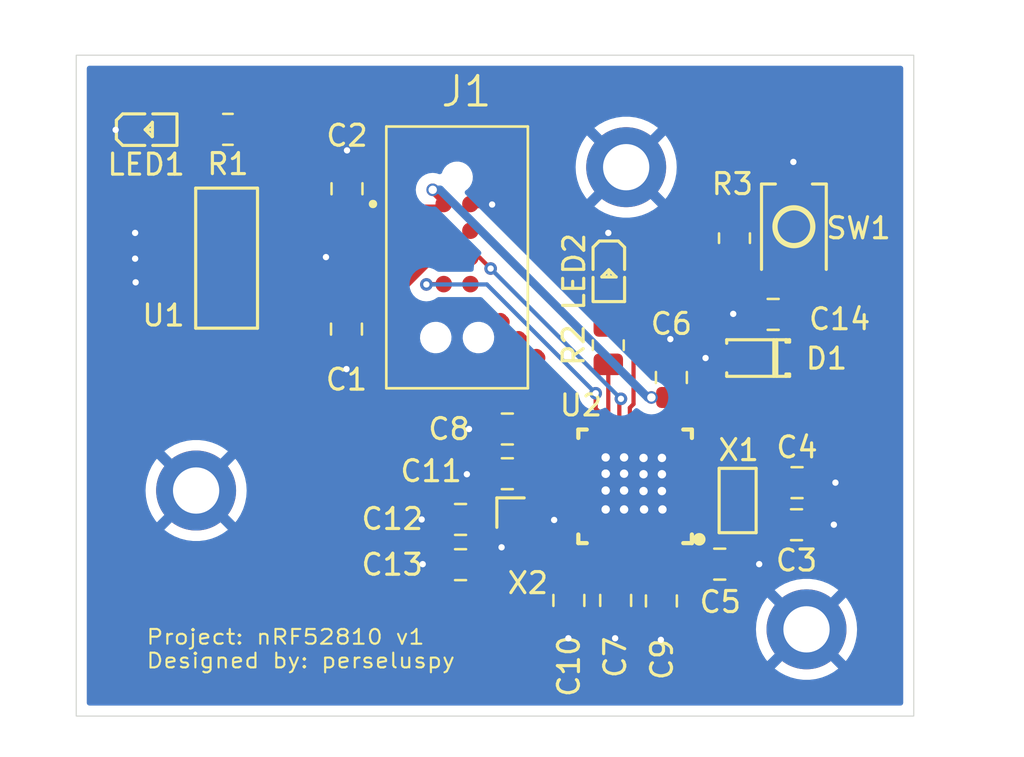
<source format=kicad_pcb>
(kicad_pcb (version 20221018) (generator pcbnew)
  (layers (0 "F.Cu" signal) (31 "B.Cu" signal) (34 "B.Paste" user) (35 "F.Paste" user) (36 "B.SilkS" user "B.Silkscreen") (37 "F.SilkS" user "F.Silkscreen") (38 "B.Mask" user) (39 "F.Mask" user) (44 "Edge.Cuts" user))
  (net 0 "")
  (net 1 "/V_INPUT")
  (net 2 "GND")
  (net 3 "+3.3V")
  (net 4 "Net-(U2-P0.00{slash}XL1)")
  (net 5 "Net-(U2-P0.01{slash}XL2)")
  (net 6 "Net-(U2-DEC1)")
  (net 7 "Net-(U2-DEC4)")
  (net 8 "Net-(U2-DEC2)")
  (net 9 "/XC1")
  (net 10 "/XC2")
  (net 11 "/BUTTON")
  (net 13 "/nRESET")
  (net 14 "/SWDIO")
  (net 15 "/SWDCLK")
  (net 17 "/GEN1")
  (net 19 "Net-(LED1-A)")
  (net 20 "Net-(LED2-A)")
  (net 21 "/P0.20")
  (footprint "Resistor_SMD:R_0805_2012Metric" (layer "F.Cu") (at 158.7 78.925 90)
    (fp_text reference "R3" (at 2.575 -0.1) (layer "F.SilkS"))
    (fp_text value "10k")
    (pad "1" smd roundrect (at -0.9125 0 90) (size 1.025 1.4) (layers "F.Cu" "F.Paste" "F.Mask") (roundrect_rratio 0.243902439) (net 3 "+3.3V"))
    (pad "2" smd roundrect (at 0.9125 0 90) (size 1.025 1.4) (layers "F.Cu" "F.Paste" "F.Mask") (roundrect_rratio 0.243902439) (net 11 "/BUTTON"))
  )
  (footprint "my_lib:[Crystal_32_MHz]YXC XL7EL89CKI-111YLC-32M" (layer "F.Cu") (at 148.85 92.925 -90)
    (fp_text reference "X2" (at 2.4 -0.025 -180) (layer "F.SilkS"))
    (fp_text value "XL7EL89CKI-111YLC-32M")
    (pad "1" smd rect (at -0.7 0.55 270) (size 0.9 0.8) (layers "F.Cu" "F.Paste" "F.Mask") (net 9 "/XC1"))
    (pad "2" smd rect (at 0.7 0.55 270) (size 0.9 0.8) (layers "F.Cu" "F.Paste" "F.Mask") (net 2 "GND"))
    (pad "3" smd rect (at 0.7 -0.55 270) (size 0.9 0.8) (layers "F.Cu" "F.Paste" "F.Mask") (net 10 "/XC2"))
    (pad "4" smd rect (at -0.7 -0.55 270) (size 0.9 0.8) (layers "F.Cu" "F.Paste" "F.Mask") (net 2 "GND"))
  )
  (footprint "Capacitor_SMD:C_0805_2012Metric" (layer "F.Cu") (at 158 94.425)
    (fp_text reference "C5" (at 0.025 1.8) (layer "F.SilkS"))
    (fp_text value "100nF")
    (pad "1" smd roundrect (at -0.95 0) (size 1 1.45) (layers "F.Cu" "F.Paste" "F.Mask") (net 6 "Net-(U2-DEC1)"))
    (pad "2" smd roundrect (at 0.95 0) (size 1 1.45) (layers "F.Cu" "F.Paste" "F.Mask") (net 2 "GND"))
  )
  (footprint "my_lib:[LED]Lite-On LTST-C190KRKT" (layer "F.Cu") (at 130.8 73.775)
    (fp_text reference "LED1" (at -0.075 1.65) (layer "F.SilkS"))
    (fp_text value "LTST-C190KRKT")
    (pad "1" smd rect (at -0.8 0 90) (size 0.8 0.8) (layers "F.Cu" "F.Paste" "F.Mask") (net 2 "GND"))
    (pad "2" smd rect (at 0.8 0 90) (size 0.8 0.8) (layers "F.Cu" "F.Paste" "F.Mask") (net 19 "Net-(LED1-A)"))
  )
  (footprint "Capacitor_SMD:C_0805_2012Metric" (layer "F.Cu") (at 150.825 96.15 -90)
    (fp_text reference "C10" (at 3.125 0 -90) (layer "F.SilkS"))
    (fp_text value "100nF")
    (pad "1" smd roundrect (at -0.95 0 270) (size 1 1.45) (layers "F.Cu" "F.Paste" "F.Mask") (net 3 "+3.3V"))
    (pad "2" smd roundrect (at 0.95 0 270) (size 1 1.45) (layers "F.Cu" "F.Paste" "F.Mask") (net 2 "GND"))
  )
  (footprint "Capacitor_SMD:C_0805_2012Metric" (layer "F.Cu") (at 153.05 96.15 -90)
    (fp_text reference "C7" (at 2.7 0.025 -90) (layer "F.SilkS"))
    (fp_text value "1uF")
    (pad "1" smd roundrect (at -0.95 0 270) (size 1 1.45) (layers "F.Cu" "F.Paste" "F.Mask") (net 7 "Net-(U2-DEC4)"))
    (pad "2" smd roundrect (at 0.95 0 270) (size 1 1.45) (layers "F.Cu" "F.Paste" "F.Mask") (net 2 "GND"))
  )
  (footprint "Capacitor_SMD:C_0805_2012Metric" (layer "F.Cu") (at 155.7 85.55 90)
    (fp_text reference "C6" (at 2.55 0 180) (layer "F.SilkS"))
    (fp_text value "100nF")
    (pad "1" smd roundrect (at -0.95 0 90) (size 1 1.45) (layers "F.Cu" "F.Paste" "F.Mask") (net 3 "+3.3V"))
    (pad "2" smd roundrect (at 0.95 0 90) (size 1 1.45) (layers "F.Cu" "F.Paste" "F.Mask") (net 2 "GND"))
  )
  (footprint "Capacitor_SMD:C_0805_2012Metric" (layer "F.Cu") (at 155.225 96.175 -90)
    (fp_text reference "C9" (at 2.775 -0.025 -90) (layer "F.SilkS"))
    (fp_text value "4.7u")
    (pad "1" smd roundrect (at -0.95 0 270) (size 1 1.45) (layers "F.Cu" "F.Paste" "F.Mask") (net 3 "+3.3V"))
    (pad "2" smd roundrect (at 0.95 0 270) (size 1 1.45) (layers "F.Cu" "F.Paste" "F.Mask") (net 2 "GND"))
  )
  (footprint "Fiducial:Fiducial_0.5mm_Mask1mm" (layer "F.Cu") (at 158.225 74.45)
    (fp_text reference "FID3" hide)
    (fp_text value "Fiducial")
    (pad "" smd circle (at 0 0) (size 0.5 0.5) (layers "F.Cu" "F.Mask") (clearance 0.25))
  )
  (footprint "Capacitor_SMD:C_0805_2012Metric" (layer "F.Cu") (at 140.25 83.25 -90)
    (fp_text reference "C1" (at 2.4 0) (layer "F.SilkS"))
    (fp_text value "22u")
    (pad "1" smd roundrect (at -0.95 0 270) (size 1 1.45) (layers "F.Cu" "F.Paste" "F.Mask") (net 1 "/V_INPUT"))
    (pad "2" smd roundrect (at 0.95 0 270) (size 1 1.45) (layers "F.Cu" "F.Paste" "F.Mask") (net 2 "GND"))
  )
  (footprint "Capacitor_SMD:C_0805_2012Metric" (layer "F.Cu") (at 161.675 90.55)
    (fp_text reference "C4" (at 0 -1.68) (layer "F.SilkS"))
    (fp_text value "12pF")
    (pad "1" smd roundrect (at -0.95 0) (size 1 1.45) (layers "F.Cu" "F.Paste" "F.Mask") (net 5 "Net-(U2-P0.01{slash}XL2)"))
    (pad "2" smd roundrect (at 0.95 0) (size 1 1.45) (layers "F.Cu" "F.Paste" "F.Mask") (net 2 "GND"))
  )
  (footprint "my_lib:[Crystal_32_768_kHZ]Seiko SC-20S,32.768kHz,20PPM,9pF" (layer "F.Cu") (at 158.85 91.4 -90)
    (fp_text reference "X1" (at -2.4 -0.05) (layer "F.SilkS"))
    (fp_text value "SC-20S32.768kHz20PPM9pF")
    (pad "1" smd rect (at -0.85 0 270) (size 0.9 1.3) (layers "F.Cu" "F.Paste" "F.Mask") (net 5 "Net-(U2-P0.01{slash}XL2)"))
    (pad "2" smd rect (at 0.85 0 270) (size 0.9 1.3) (layers "F.Cu" "F.Paste" "F.Mask") (net 4 "Net-(U2-P0.00{slash}XL1)"))
  )
  (footprint "Resistor_SMD:R_0805_2012Metric" (layer "F.Cu") (at 152.7 84.0125 90)
    (fp_text reference "R2" (at 0 -1.65 90) (layer "F.SilkS"))
    (fp_text value "470R")
    (pad "1" smd roundrect (at -0.9125 0 90) (size 1.025 1.4) (layers "F.Cu" "F.Paste" "F.Mask") (roundrect_rratio 0.243902439) (net 21 "/P0.20"))
    (pad "2" smd roundrect (at 0.9125 0 90) (size 1.025 1.4) (layers "F.Cu" "F.Paste" "F.Mask") (roundrect_rratio 0.243902439) (net 20 "Net-(LED2-A)"))
  )
  (footprint "MountingHole:MountingHole_2.2mm_M2_DIN965_Pad" (layer "F.Cu") (at 153.55 75.55)
    (fp_text reference "H3" hide)
    (fp_text value "MountingHole_Pad")
    (pad "1" thru_hole circle (at 0 0) (size 3.8 3.8) (drill 2.2) (layers "*.Cu" "*.Mask") (net 2 "GND"))
  )
  (footprint "MountingHole:MountingHole_2.2mm_M2_DIN965_Pad" (layer "F.Cu") (at 162.125 97.525)
    (fp_text reference "H2" hide)
    (fp_text value "MountingHole_Pad")
    (pad "1" thru_hole circle (at 0 0) (size 3.8 3.8) (drill 2.2) (layers "*.Cu" "*.Mask") (net 2 "GND"))
  )
  (footprint "my_lib:[LED]Lite-On LTST-C190KRKT" (layer "F.Cu") (at 152.715 80.55 -90)
    (fp_text reference "LED2" (at -0.025 1.64 90) (layer "F.SilkS"))
    (fp_text value "LTST-C190KRKT")
    (pad "1" smd rect (at -0.8 0) (size 0.8 0.8) (layers "F.Cu" "F.Paste" "F.Mask") (net 2 "GND"))
    (pad "2" smd rect (at 0.8 0) (size 0.8 0.8) (layers "F.Cu" "F.Paste" "F.Mask") (net 20 "Net-(LED2-A)"))
  )
  (footprint "Capacitor_SMD:C_0805_2012Metric" (layer "F.Cu") (at 140.275 76.575 90)
    (fp_text reference "C2" (at 2.525 0) (layer "F.SilkS"))
    (fp_text value "22u")
    (pad "1" smd roundrect (at -0.95 0 90) (size 1 1.45) (layers "F.Cu" "F.Paste" "F.Mask") (net 3 "+3.3V"))
    (pad "2" smd roundrect (at 0.95 0 90) (size 1 1.45) (layers "F.Cu" "F.Paste" "F.Mask") (net 2 "GND"))
  )
  (footprint "Capacitor_SMD:C_0805_2012Metric" (layer "F.Cu") (at 147.9 88 180)
    (fp_text reference "C8" (at 2.775 0) (layer "F.SilkS"))
    (fp_text value "100pF")
    (pad "1" smd roundrect (at -0.95 0 180) (size 1 1.45) (layers "F.Cu" "F.Paste" "F.Mask") (net 8 "Net-(U2-DEC2)"))
    (pad "2" smd roundrect (at 0.95 0 180) (size 1 1.45) (layers "F.Cu" "F.Paste" "F.Mask") (net 2 "GND"))
  )
  (footprint "Capacitor_SMD:C_0805_2012Metric" (layer "F.Cu") (at 161.65 92.55)
    (fp_text reference "C3" (at 0 1.7) (layer "F.SilkS"))
    (fp_text value "12pF")
    (pad "1" smd roundrect (at -0.95 0) (size 1 1.45) (layers "F.Cu" "F.Paste" "F.Mask") (net 4 "Net-(U2-P0.00{slash}XL1)"))
    (pad "2" smd roundrect (at 0.95 0) (size 1 1.45) (layers "F.Cu" "F.Paste" "F.Mask") (net 2 "GND"))
  )
  (footprint "my_lib:[PLUG_OF_NAILS_10P]TC2050_IDC_NL" (layer "F.Cu") (at 144.875 77.3)
    (fp_text reference "J1" (at 1.08 -5.349) (layer "F.SilkS") (effects (font (size 1.4 1.4))))
    (fp_text value "TC2050-IDC-NL")
    (pad "" np_thru_hole circle (at -0.38 6.35) (size 0.991 0.991) (drill 0.991) (layers "*.Cu" "*.Mask"))
    (pad "" np_thru_hole circle (at 0.635 -1.27) (size 0.991 0.991) (drill 0.991) (layers "*.Cu" "*.Mask"))
    (pad "" np_thru_hole circle (at 1.65 6.35) (size 0.991 0.991) (drill 0.991) (layers "*.Cu" "*.Mask"))
    (pad "1" smd circle (at 0 0 270) (size 0.787 0.787) (layers "F.Cu" "F.Mask") (net 3 "+3.3V"))
    (pad "2" smd circle (at 0 1.27 270) (size 0.787 0.787) (layers "F.Cu" "F.Mask"))
    (pad "3" smd circle (at 0 2.54 270) (size 0.787 0.787) (layers "F.Cu" "F.Mask") (net 1 "/V_INPUT"))
    (pad "4" smd circle (at 0 3.81 270) (size 0.787 0.787) (layers "F.Cu" "F.Mask") (net 13 "/nRESET"))
    (pad "5" smd circle (at 0 5.08 270) (size 0.787 0.787) (layers "F.Cu" "F.Mask") (net 14 "/SWDIO"))
    (pad "6" smd circle (at 1.27 5.08 90) (size 0.787 0.787) (layers "F.Cu" "F.Mask") (net 15 "/SWDCLK"))
    (pad "7" smd circle (at 1.27 3.81 90) (size 0.787 0.787) (layers "F.Cu" "F.Mask"))
    (pad "8" smd circle (at 1.27 2.54 90) (size 0.787 0.787) (layers "F.Cu" "F.Mask") (net 17 "/GEN1"))
    (pad "9" smd circle (at 1.27 1.27 90) (size 0.787 0.787) (layers "F.Cu" "F.Mask"))
    (pad "10" smd circle (at 1.27 0 90) (size 0.787 0.787) (layers "F.Cu" "F.Mask") (net 2 "GND"))
  )
  (footprint "my_lib:[LDO]Diodes Incorporated AP2114HA-3.3TRG1" (layer "F.Cu") (at 134.65 79.875)
    (fp_text reference "U1" (at -3.1 2.725) (layer "F.SilkS"))
    (fp_text value "AP2114HA-3.3TRG1")
    (pad "1" smd rect (at 2.97 2.3) (size 2.5 1.1) (layers "F.Cu" "F.Paste" "F.Mask") (net 1 "/V_INPUT"))
    (pad "2" smd rect (at 2.97 0) (size 2.5 1.1) (layers "F.Cu" "F.Paste" "F.Mask") (net 2 "GND"))
    (pad "3" smd rect (at 2.97 -2.3) (size 2.5 1.1) (layers "F.Cu" "F.Paste" "F.Mask") (net 3 "+3.3V"))
    (pad "4" smd rect (at -2.97 0) (size 2.34 3.6) (layers "F.Cu" "F.Paste" "F.Mask") (net 2 "GND"))
  )
  (footprint "Capacitor_SMD:C_0805_2012Metric" (layer "F.Cu") (at 160.54 82.55 180)
    (fp_text reference "C14" (at -3.16 -0.225 180) (layer "F.SilkS"))
    (fp_text value "1u")
    (pad "1" smd roundrect (at -0.95 0 180) (size 1 1.45) (layers "F.Cu" "F.Paste" "F.Mask") (net 11 "/BUTTON"))
    (pad "2" smd roundrect (at 0.95 0 180) (size 1 1.45) (layers "F.Cu" "F.Paste" "F.Mask") (net 2 "GND"))
  )
  (footprint "Resistor_SMD:R_0805_2012Metric" (layer "F.Cu") (at 134.6125 73.75 180)
    (fp_text reference "R1" (at 0 -1.65) (layer "F.SilkS"))
    (fp_text value "470R")
    (pad "1" smd roundrect (at -0.9125 0 180) (size 1.025 1.4) (layers "F.Cu" "F.Paste" "F.Mask") (roundrect_rratio 0.243902439) (net 3 "+3.3V"))
    (pad "2" smd roundrect (at 0.9125 0 180) (size 1.025 1.4) (layers "F.Cu" "F.Paste" "F.Mask") (roundrect_rratio 0.243902439) (net 19 "Net-(LED1-A)"))
  )
  (footprint "my_lib:[TACTILE_SWITCH]XUNPU TS-1088-AR02016" (layer "F.Cu") (at 161.525 78.38 -90)
    (fp_text reference "SW1" (at 0.07 -3.075 -180) (layer "F.SilkS"))
    (fp_text value "TS-1088-AR02016")
    (pad "1" smd rect (at -2.18 0 270) (size 1.23 1.36) (layers "F.Cu" "F.Paste" "F.Mask") (net 2 "GND"))
    (pad "2" smd rect (at 2.18 0 270) (size 1.23 1.36) (layers "F.Cu" "F.Paste" "F.Mask") (net 11 "/BUTTON"))
  )
  (footprint "Capacitor_SMD:C_0805_2012Metric" (layer "F.Cu") (at 147.9 90.125 180)
    (fp_text reference "C11" (at 3.625 0.125) (layer "F.SilkS"))
    (fp_text value "100pF")
    (pad "1" smd roundrect (at -0.95 0 180) (size 1 1.45) (layers "F.Cu" "F.Paste" "F.Mask") (net 3 "+3.3V"))
    (pad "2" smd roundrect (at 0.95 0 180) (size 1 1.45) (layers "F.Cu" "F.Paste" "F.Mask") (net 2 "GND"))
  )
  (footprint "Fiducial:Fiducial_0.5mm_Mask1mm" (layer "F.Cu") (at 132.825 85.525)
    (fp_text reference "FID1" hide)
    (fp_text value "Fiducial")
    (pad "" smd circle (at 0 0) (size 0.5 0.5) (layers "F.Cu" "F.Mask") (clearance 0.25))
  )
  (footprint "Capacitor_SMD:C_0805_2012Metric" (layer "F.Cu") (at 145.675 94.45 180)
    (fp_text reference "C13" (at 3.25 0) (layer "F.SilkS"))
    (fp_text value "12pF")
    (pad "1" smd roundrect (at -0.95 0 180) (size 1 1.45) (layers "F.Cu" "F.Paste" "F.Mask") (net 10 "/XC2"))
    (pad "2" smd roundrect (at 0.95 0 180) (size 1 1.45) (layers "F.Cu" "F.Paste" "F.Mask") (net 2 "GND"))
  )
  (footprint "my_lib:[MCU]Nordic Semicon nRF52810-QCAA-R" (layer "F.Cu") (at 153.975 90.725 90)
    (fp_text reference "U2" (at 3.85 -2.575 180) (layer "F.SilkS"))
    (fp_text value "NRF52810-QCAA-R")
    (pad "1" smd oval (at -1.75 2.65 90) (size 0.25 0.9) (layers "F.Cu" "F.Paste" "F.Mask") (net 6 "Net-(U2-DEC1)"))
    (pad "2" smd oval (at -1.25 2.65 90) (size 0.25 0.9) (layers "F.Cu" "F.Paste" "F.Mask") (net 4 "Net-(U2-P0.00{slash}XL1)"))
    (pad "3" smd oval (at -0.75 2.65 90) (size 0.25 0.9) (layers "F.Cu" "F.Paste" "F.Mask") (net 5 "Net-(U2-P0.01{slash}XL2)"))
    (pad "4" smd oval (at -0.25 2.65 90) (size 0.25 0.9) (layers "F.Cu" "F.Paste" "F.Mask"))
    (pad "5" smd oval (at 0.25 2.65 90) (size 0.25 0.9) (layers "F.Cu" "F.Paste" "F.Mask"))
    (pad "6" smd oval (at 0.75 2.65 90) (size 0.25 0.9) (layers "F.Cu" "F.Paste" "F.Mask"))
    (pad "7" smd oval (at 1.25 2.65 90) (size 0.25 0.9) (layers "F.Cu" "F.Paste" "F.Mask"))
    (pad "8" smd oval (at 1.75 2.65 90) (size 0.25 0.9) (layers "F.Cu" "F.Paste" "F.Mask"))
    (pad "9" smd oval (at 2.65 1.75 90) (size 0.9 0.25) (layers "F.Cu" "F.Paste" "F.Mask") (net 3 "+3.3V"))
    (pad "10" smd oval (at 2.65 1.25 90) (size 0.9 0.25) (layers "F.Cu" "F.Paste" "F.Mask"))
    (pad "11" smd oval (at 2.65 0.75 90) (size 0.9 0.25) (layers "F.Cu" "F.Paste" "F.Mask"))
    (pad "12" smd oval (at 2.65 0.25 90) (size 0.9 0.25) (layers "F.Cu" "F.Paste" "F.Mask"))
    (pad "13" smd oval (at 2.65 -0.25 90) (size 0.9 0.25) (layers "F.Cu" "F.Paste" "F.Mask") (net 11 "/BUTTON"))
    (pad "14" smd oval (at 2.65 -0.75 90) (size 0.9 0.25) (layers "F.Cu" "F.Paste" "F.Mask") (net 17 "/GEN1"))
    (pad "15" smd oval (at 2.65 -1.25 90) (size 0.9 0.25) (layers "F.Cu" "F.Paste" "F.Mask") (net 21 "/P0.20"))
    (pad "16" smd oval (at 2.65 -1.75 90) (size 0.9 0.25) (layers "F.Cu" "F.Paste" "F.Mask") (net 13 "/nRESET"))
    (pad "17" smd oval (at 1.75 -2.65 90) (size 0.25 0.9) (layers "F.Cu" "F.Paste" "F.Mask") (net 15 "/SWDCLK"))
    (pad "18" smd oval (at 1.25 -2.65 90) (size 0.25 0.9) (layers "F.Cu" "F.Paste" "F.Mask") (net 14 "/SWDIO"))
    (pad "19" smd oval (at 0.75 -2.65 90) (size 0.25 0.9) (layers "F.Cu" "F.Paste" "F.Mask"))
    (pad "20" smd oval (at 0.25 -2.65 90) (size 0.25 0.9) (layers "F.Cu" "F.Paste" "F.Mask") (net 2 "GND"))
    (pad "21" smd oval (at -0.25 -2.65 90) (size 0.25 0.9) (layers "F.Cu" "F.Paste" "F.Mask") (net 8 "Net-(U2-DEC2)"))
    (pad "22" smd oval (at -0.75 -2.65 90) (size 0.25 0.9) (layers "F.Cu" "F.Paste" "F.Mask") (net 3 "+3.3V"))
    (pad "23" smd oval (at -1.25 -2.65 90) (size 0.25 0.9) (layers "F.Cu" "F.Paste" "F.Mask") (net 9 "/XC1"))
    (pad "24" smd oval (at -1.75 -2.65 90) (size 0.25 0.9) (layers "F.Cu" "F.Paste" "F.Mask") (net 10 "/XC2"))
    (pad "25" smd oval (at -2.65 -1.75 90) (size 0.9 0.25) (layers "F.Cu" "F.Paste" "F.Mask") (net 3 "+3.3V"))
    (pad "26" smd oval (at -2.65 -1.25 90) (size 0.9 0.25) (layers "F.Cu" "F.Paste" "F.Mask"))
    (pad "27" smd oval (at -2.65 -0.75 90) (size 0.9 0.25) (layers "F.Cu" "F.Paste" "F.Mask"))
    (pad "28" smd oval (at -2.65 -0.25 90) (size 0.9 0.25) (layers "F.Cu" "F.Paste" "F.Mask"))
    (pad "29" smd oval (at -2.65 0.25 90) (size 0.9 0.25) (layers "F.Cu" "F.Paste" "F.Mask") (net 2 "GND"))
    (pad "30" smd oval (at -2.65 0.75 90) (size 0.9 0.25) (layers "F.Cu" "F.Paste" "F.Mask") (net 7 "Net-(U2-DEC4)"))
    (pad "31" smd oval (at -2.65 1.25 90) (size 0.9 0.25) (layers "F.Cu" "F.Paste" "F.Mask"))
    (pad "32" smd oval (at -2.65 1.75 90) (size 0.9 0.25) (layers "F.Cu" "F.Paste" "F.Mask") (net 3 "+3.3V"))
    (pad "33" smd rect (at 0 0 90) (size 3.8 3.8) (layers "F.Cu" "F.Paste" "F.Mask") (net 2 "GND"))
  )
  (footprint "my_lib:SOD-123_L2.8-W1.8-LS3.7-RD" (layer "F.Cu") (at 159.74 84.625 180)
    (fp_text reference "D1" (at -3.335 -0.025 180) (layer "F.SilkS"))
    (fp_text value "STPS140Z")
    (pad "1" smd rect (at -1.69 0 180) (size 0.95 1.15) (layers "F.Cu" "F.Paste" "F.Mask") (net 11 "/BUTTON"))
    (pad "2" smd rect (at 1.69 0 180) (size 0.95 1.15) (layers "F.Cu" "F.Paste" "F.Mask") (net 2 "GND"))
  )
  (footprint "MountingHole:MountingHole_2.2mm_M2_DIN965_Pad" (layer "F.Cu") (at 133.1 90.925)
    (fp_text reference "H1" hide)
    (fp_text value "MountingHole_Pad")
    (pad "1" thru_hole circle (at 0 0) (size 3.8 3.8) (drill 2.2) (layers "*.Cu" "*.Mask") (net 2 "GND"))
  )
  (footprint "Capacitor_SMD:C_0805_2012Metric" (layer "F.Cu") (at 145.675 92.3 180)
    (fp_text reference "C12" (at 3.25 0.025) (layer "F.SilkS"))
    (fp_text value "12pF")
    (pad "1" smd roundrect (at -0.95 0 180) (size 1 1.45) (layers "F.Cu" "F.Paste" "F.Mask") (net 9 "/XC1"))
    (pad "2" smd roundrect (at 0.95 0 180) (size 1 1.45) (layers "F.Cu" "F.Paste" "F.Mask") (net 2 "GND"))
  )
  (footprint "Fiducial:Fiducial_0.5mm_Mask1mm" (layer "F.Cu") (at 160.1 86.925)
    (fp_text reference "FID2" hide)
    (fp_text value "Fiducial")
    (pad "" smd circle (at 0 0) (size 0.5 0.5) (layers "F.Cu" "F.Mask") (clearance 0.25))
  )
  (gr_rect (start 127.4 70.225) (end 167.225 101.65) (stroke (width 0.05)) (fill none) (layer "Edge.Cuts"))
  (gr_text "Project: nRF52810 v1\nDesigned by: perseluspy\n" (at 130.675 99.425) (layer "F.SilkS") (effects (font (size 0.7 0.8) (thickness 0.1)) (justify left bottom)))
  (segment (start 137.745 82.3) (end 137.62 82.175) (width 0.4) (layer "F.Cu") (net 1))
  (segment (start 140.25 82.3) (end 137.745 82.3) (width 0.4) (layer "F.Cu") (net 1))
  (segment (start 140.25 82.3) (end 141.9 82.3) (width 0.4) (layer "F.Cu") (net 1))
  (segment (start 141.9 82.3) (end 142.675 81.525) (width 0.4) (layer "F.Cu") (net 1))
  (segment (start 142.675 81.51005) (end 144.34505 79.84) (width 0.4) (layer "F.Cu") (net 1))
  (segment (start 142.675 81.525) (end 142.675 81.51005) (width 0.4) (layer "F.Cu") (net 1))
  (segment (start 144.34505 79.84) (end 144.875 79.84) (width 0.4) (layer "F.Cu") (net 1))
  (segment (start 154.225 92) (end 154.4 91.825) (width 0.2) (layer "F.Cu") (net 2))
  (segment (start 144.725 92.3) (end 143.825 92.3) (width 0.2) (layer "F.Cu") (net 2))
  (segment (start 155.7 84.6) (end 155.7 83.775) (width 0.2) (layer "F.Cu") (net 2))
  (segment (start 140.25 84.2) (end 140.25 85.15) (width 0.2) (layer "F.Cu") (net 2))
  (segment (start 155.225 98) (end 155.2 98.025) (width 0.4) (layer "F.Cu") (net 2))
  (segment (start 153.05 97.925) (end 153.025 97.95) (width 0.2) (layer "F.Cu") (net 2))
  (segment (start 152.715 78.69) (end 152.7 78.675) (width 0.2) (layer "F.Cu") (net 2))
  (segment (start 147.15 77.3) (end 147.175 77.325) (width 0.4) (layer "F.Cu") (net 2))
  (segment (start 152.125 90.475) (end 152.575 90.925) (width 0.2) (layer "F.Cu") (net 2))
  (segment (start 154.225 93.375) (end 154.225 92.6) (width 0.2) (layer "F.Cu") (net 2))
  (segment (start 140.275 75.625) (end 140.275 74.75) (width 0.4) (layer "F.Cu") (net 2))
  (segment (start 143.9 94.45) (end 143.875 94.425) (width 0.2) (layer "F.Cu") (net 2))
  (segment (start 149.4 92.225) (end 150.025 92.225) (width 0.2) (layer "F.Cu") (net 2))
  (segment (start 146.95 90.125) (end 146 90.125) (width 0.2) (layer "F.Cu") (net 2))
  (segment (start 151.325 90.475) (end 152.125 90.475) (width 0.2) (layer "F.Cu") (net 2))
  (segment (start 148.3 93.625) (end 147.625 93.625) (width 0.2) (layer "F.Cu") (net 2))
  (segment (start 146.95 88) (end 146.075 88) (width 0.2) (layer "F.Cu") (net 2))
  (segment (start 130 73.775) (end 129.275 73.775) (width 0.2) (layer "F.Cu") (net 2))
  (segment (start 158.05 84.625) (end 157.325 84.625) (width 0.2) (layer "F.Cu") (net 2))
  (segment (start 154.4 91.825) (end 155.275 91.825) (width 0.2) (layer "F.Cu") (net 2))
  (segment (start 153.05 97.1) (end 153.05 97.925) (width 0.2) (layer "F.Cu") (net 2))
  (segment (start 144.725 94.45) (end 143.9 94.45) (width 0.2) (layer "F.Cu") (net 2))
  (segment (start 150.025 92.225) (end 150.125 92.325) (width 0.2) (layer "F.Cu") (net 2))
  (segment (start 152.225 90.475) (end 152.575 90.125) (width 0.2) (layer "F.Cu") (net 2))
  (segment (start 159.875 94.425) (end 158.95 94.425) (width 0.2) (layer "F.Cu") (net 2))
  (segment (start 161.525 75.325) (end 161.5 75.3) (width 0.2) (layer "F.Cu") (net 2))
  (segment (start 159.59 82.55) (end 158.665 82.55) (width 0.2) (layer "F.Cu") (net 2))
  (segment (start 150.825 97.1) (end 150.825 97.925) (width 0.2) (layer "F.Cu") (net 2))
  (segment (start 150.825 97.925) (end 150.8 97.95) (width 0.2) (layer "F.Cu") (net 2))
  (segment (start 151.325 90.475) (end 152.225 90.475) (width 0.2) (layer "F.Cu") (net 2))
  (segment (start 131.375 79.875) (end 130.225 81.025) (width 0.4) (layer "F.Cu") (net 2))
  (segment (start 154.225 93.375) (end 154.225 92) (width 0.2) (layer "F.Cu") (net 2))
  (segment (start 146 90.125) (end 145.975 90.15) (width 0.2) (layer "F.Cu") (net 2))
  (segment (start 130.225 79.875) (end 130.2 79.9) (width 0.4) (layer "F.Cu") (net 2))
  (segment (start 155.7 83.775) (end 155.65 83.725) (width 0.2) (layer "F.Cu") (net 2))
  (segment (start 155.225 97.125) (end 155.225 98) (width 0.4) (layer "F.Cu") (net 2))
  (segment (start 137.62 79.875) (end 139.225 79.875) (width 0.4) (layer "F.Cu") (net 2))
  (segment (start 139.225 79.875) (end 139.275 79.825) (width 0.4) (layer "F.Cu") (net 2))
  (segment (start 158.665 82.55) (end 158.64 82.525) (width 0.2) (layer "F.Cu") (net 2))
  (segment (start 154.225 92.6) (end 153.45 91.825) (width 0.2) (layer "F.Cu") (net 2))
  (segment (start 155.25 90.15) (end 155.25 90.95) (width 0.2) (layer "F.Cu") (net 2))
  (segment (start 155.25 90.95) (end 155.25 91.8) (width 0.2) (layer "F.Cu") (net 2))
  (segment (start 161.525 76.2) (end 161.525 75.325) (width 0.2) (layer "F.Cu") (net 2))
  (segment (start 131.68 79.875) (end 130.225 79.875) (width 0.4) (layer "F.Cu") (net 2))
  (segment (start 152.715 79.75) (end 152.715 78.69) (width 0.2) (layer "F.Cu") (net 2))
  (segment (start 146.145 77.3) (end 147.15 77.3) (width 0.4) (layer "F.Cu") (net 2))
  (segment (start 162.625 90.55) (end 163.5 90.55) (width 0.2) (layer "F.Cu") (net 2))
  (segment (start 131.4 79.875) (end 130.2 78.675) (width 0.4) (layer "F.Cu") (net 2))
  (segment (start 131.68 79.875) (end 131.4 79.875) (width 0.4) (layer "F.Cu") (net 2))
  (segment (start 162.6 92.55) (end 163.425 92.55) (width 0.2) (layer "F.Cu") (net 2))
  (segment (start 131.68 79.875) (end 131.375 79.875) (width 0.4) (layer "F.Cu") (net 2))
  (segment (start 155.25 91.8) (end 155.275 91.825) (width 0.2) (layer "F.Cu") (net 2))
  (via (at 161.5 75.3) (size 0.6) (drill 0.3) (layers "F.Cu" "B.Cu") (net 2))
  (via (at 158.64 82.525) (size 0.6) (drill 0.3) (layers "F.Cu" "B.Cu") (net 2))
  (via (at 155.275 91.825) (size 0.6) (drill 0.4) (layers "F.Cu" "B.Cu") (net 2))
  (via (at 150.8 97.95) (size 0.6) (drill 0.3) (layers "F.Cu" "B.Cu") (net 2))
  (via (at 155.2 98.025) (size 0.6) (drill 0.3) (layers "F.Cu" "B.Cu") (net 2))
  (via (at 152.7 78.675) (size 0.6) (drill 0.3) (layers "F.Cu" "B.Cu") (net 2))
  (via (at 130.2 78.675) (size 0.6) (drill 0.3) (layers "F.Cu" "B.Cu") (net 2))
  (via (at 152.575 90.125) (size 0.6) (drill 0.4) (layers "F.Cu" "B.Cu") (net 2))
  (via (at 143.825 92.3) (size 0.6) (drill 0.3) (layers "F.Cu" "B.Cu") (net 2))
  (via (at 130.225 81.025) (size 0.6) (drill 0.3) (layers "F.Cu" "B.Cu") (net 2))
  (via (at 152.575 90.925) (size 0.6) (drill 0.4) (layers "F.Cu" "B.Cu") (net 2))
  (via (at 154.375 90.15) (size 0.6) (drill 0.4) (layers "F.Cu" "B.Cu") (net 2))
  (via (at 139.275 79.825) (size 0.6) (drill 0.3) (layers "F.Cu" "B.Cu") (net 2))
  (via (at 152.575 90.125) (size 0.6) (drill 0.4) (layers "F.Cu" "B.Cu") (net 2))
  (via (at 153.45 90.125) (size 0.6) (drill 0.4) (layers "F.Cu" "B.Cu") (net 2))
  (via (at 163.5 90.55) (size 0.6) (drill 0.3) (layers "F.Cu" "B.Cu") (net 2))
  (via (at 153.45 91.825) (size 0.6) (drill 0.4) (layers "F.Cu" "B.Cu") (net 2))
  (via (at 147.625 93.625) (size 0.6) (drill 0.3) (layers "F.Cu" "B.Cu") (net 2))
  (via (at 152.575 91.825) (size 0.6) (drill 0.4) (layers "F.Cu" "B.Cu") (net 2))
  (via (at 155.65 83.725) (size 0.6) (drill 0.3) (layers "F.Cu" "B.Cu") (net 2))
  (via (at 145.975 90.15) (size 0.6) (drill 0.3) (layers "F.Cu" "B.Cu") (net 2))
  (via (at 155.25 90.15) (size 0.6) (drill 0.4) (layers "F.Cu" "B.Cu") (net 2))
  (via (at 140.25 85.15) (size 0.6) (drill 0.3) (layers "F.Cu" "B.Cu") (net 2))
  (via (at 163.425 92.55) (size 0.6) (drill 0.3) (layers "F.Cu" "B.Cu") (net 2))
  (via (at 155.25 90.95) (size 0.6) (drill 0.4) (layers "F.Cu" "B.Cu") (net 2))
  (via (at 147.175 77.325) (size 0.6) (drill 0.3) (layers "F.Cu" "B.Cu") (net 2))
  (via (at 129.275 73.775) (size 0.6) (drill 0.3) (layers "F.Cu" "B.Cu") (net 2))
  (via (at 150.125 92.325) (size 0.6) (drill 0.3) (layers "F.Cu" "B.Cu") (net 2))
  (via (at 143.875 94.425) (size 0.6) (drill 0.3) (layers "F.Cu" "B.Cu") (net 2))
  (via (at 154.375 89.375) (size 0.6) (drill 0.4) (layers "F.Cu" "B.Cu") (net 2))
  (via (at 154.375 90.95) (size 0.6) (drill 0.4) (layers "F.Cu" "B.Cu") (net 2))
  (via (at 140.275 74.75) (size 0.6) (drill 0.3) (layers "F.Cu" "B.Cu") (net 2))
  (via (at 146.075 88) (size 0.6) (drill 0.3) (layers "F.Cu" "B.Cu") (net 2))
  (via (at 153.025 97.95) (size 0.6) (drill 0.3) (layers "F.Cu" "B.Cu") (net 2))
  (via (at 153.45 90.925) (size 0.6) (drill 0.4) (layers "F.Cu" "B.Cu") (net 2))
  (via (at 153.45 89.35) (size 0.6) (drill 0.4) (layers "F.Cu" "B.Cu") (net 2))
  (via (at 130.2 79.9) (size 0.6) (drill 0.3) (layers "F.Cu" "B.Cu") (net 2))
  (via (at 155.25 89.375) (size 0.6) (drill 0.4) (layers "F.Cu" "B.Cu") (net 2))
  (via (at 157.325 84.625) (size 0.6) (drill 0.3) (layers "F.Cu" "B.Cu") (net 2))
  (via (at 152.575 89.35) (size 0.6) (drill 0.4) (layers "F.Cu" "B.Cu") (net 2))
  (via (at 159.875 94.425) (size 0.6) (drill 0.3) (layers "F.Cu" "B.Cu") (net 2))
  (via (at 154.4 91.825) (size 0.6) (drill 0.4) (layers "F.Cu" "B.Cu") (net 2))
  (segment (start 144.875 77.3) (end 144.875 77.15) (width 0.4) (layer "F.Cu") (net 3))
  (segment (start 150.825 94.65) (end 151.325 94.15) (width 0.2) (layer "F.Cu") (net 3))
  (segment (start 135.35 84.21495) (end 140.325 89.18995) (width 0.4) (layer "F.Cu") (net 3))
  (segment (start 151.325 94.15) (end 151.875 94.15) (width 0.2) (layer "F.Cu") (net 3))
  (segment (start 144.875 77.15) (end 144.35 76.625) (width 0.4) (layer "F.Cu") (net 3))
  (segment (start 147.75 89.025) (end 140.48995 89.025) (width 0.2) (layer "F.Cu") (net 3))
  (segment (start 151.3 96.175) (end 155.025 96.175) (width 0.2) (layer "F.Cu") (net 3))
  (segment (start 141.375 96.275) (end 148 96.275) (width 0.4) (layer "F.Cu") (net 3))
  (segment (start 158.7 80.125) (end 156.725 82.1) (width 0.2) (layer "F.Cu") (net 3))
  (segment (start 144.65 77.525) (end 144.875 77.3) (width 0.4) (layer "F.Cu") (net 3))
  (segment (start 151.875 94.15) (end 152.225 93.8) (width 0.2) (layer "F.Cu") (net 3))
  (segment (start 140.325 89.18995) (end 140.325 95.225) (width 0.4) (layer "F.Cu") (net 3))
  (segment (start 155.225 95.975) (end 155.225 95.225) (width 0.2) (layer "F.Cu") (net 3))
  (segment (start 148.85 90.125) (end 147.75 89.025) (width 0.2) (layer "F.Cu") (net 3))
  (segment (start 135.35 78.275) (end 135.35 84.21495) (width 0.4) (layer "F.Cu") (net 3))
  (segment (start 155.225 95.225) (end 155.725 94.725) (width 0.4) (layer "F.Cu") (net 3))
  (segment (start 155.025 96.175) (end 155.225 95.975) (width 0.2) (layer "F.Cu") (net 3))
  (segment (start 156.725 82.1) (end 156.725 85.475) (width 0.2) (layer "F.Cu") (net 3))
  (segment (start 155.725 94.325) (end 155.725 93.375) (width 0.2) (layer "F.Cu") (net 3))
  (segment (start 150.825 95.2) (end 150.825 94.65) (width 0.2) (layer "F.Cu") (net 3))
  (segment (start 158.7 79.8375) (end 158.7 80.125) (width 0.2) (layer "F.Cu") (net 3))
  (segment (start 140.275 77.525) (end 137.67 77.525) (width 0.4) (layer "F.Cu") (net 3))
  (segment (start 155.7 86.5) (end 155.7 88.05) (width 0.2) (layer "F.Cu") (net 3))
  (segment (start 150.7 91.475) (end 151.325 91.475) (width 0.2) (layer "F.Cu") (net 3))
  (segment (start 155.725 94.725) (end 155.725 94.325) (width 0.4) (layer "F.Cu") (net 3))
  (segment (start 152.225 93.8) (end 152.225 93.375) (width 0.2) (layer "F.Cu") (net 3))
  (segment (start 136.05 77.575) (end 135.35 78.275) (width 0.4) (layer "F.Cu") (net 3))
  (segment (start 137.62 74.02) (end 137.62 77.575) (width 0.2) (layer "F.Cu") (net 3))
  (segment (start 149.35 90.125) (end 150.7 91.475) (width 0.2) (layer "F.Cu") (net 3))
  (segment (start 140.275 77.525) (end 144.65 77.525) (width 0.4) (layer "F.Cu") (net 3))
  (segment (start 156.725 85.475) (end 155.7 86.5) (width 0.2) (layer "F.Cu") (net 3))
  (segment (start 137.62 77.575) (end 136.05 77.575) (width 0.4) (layer "F.Cu") (net 3))
  (segment (start 137.67 77.525) (end 137.62 77.575) (width 0.4) (layer "F.Cu") (net 3))
  (segment (start 155.7 88.05) (end 155.725 88.075) (width 0.2) (layer "F.Cu") (net 3))
  (segment (start 148.85 90.125) (end 149.35 90.125) (width 0.2) (layer "F.Cu") (net 3))
  (segment (start 148 96.275) (end 149.075 95.2) (width 0.4) (layer "F.Cu") (net 3))
  (segment (start 150.825 95.7) (end 151.3 96.175) (width 0.2) (layer "F.Cu") (net 3))
  (segment (start 149.075 95.2) (end 150.825 95.2) (width 0.4) (layer "F.Cu") (net 3))
  (segment (start 150.825 95.2) (end 150.825 95.7) (width 0.2) (layer "F.Cu") (net 3))
  (segment (start 140.325 95.225) (end 141.375 96.275) (width 0.4) (layer "F.Cu") (net 3))
  (segment (start 137.35 73.75) (end 137.62 74.02) (width 0.2) (layer "F.Cu") (net 3))
  (segment (start 154.75 86.5) (end 155.7 86.5) (width 0.4) (layer "F.Cu") (net 3))
  (segment (start 135.525 73.75) (end 137.35 73.75) (width 0.2) (layer "F.Cu") (net 3))
  (segment (start 140.48995 89.025) (end 140.325 89.18995) (width 0.2) (layer "F.Cu") (net 3))
  (via (at 144.35 76.625) (size 0.6) (drill 0.4) (layers "F.Cu" "B.Cu") (net 3))
  (via (at 154.75 86.5) (size 0.6) (drill 0.4) (layers "F.Cu" "B.Cu") (net 3))
  (segment (start 154.575 86.5) (end 144.7 76.625) (width 0.4) (layer "B.Cu") (net 3))
  (segment (start 144.7 76.625) (end 144.35 76.625) (width 0.4) (layer "B.Cu") (net 3))
  (segment (start 154.75 86.5) (end 154.575 86.5) (width 0.4) (layer "B.Cu") (net 3))
  (segment (start 157.55 91.975) (end 156.625 91.975) (width 0.2) (layer "F.Cu") (net 4))
  (segment (start 158.85 92.25) (end 157.825 92.25) (width 0.2) (layer "F.Cu") (net 4))
  (segment (start 160.225 92.55) (end 159.925 92.25) (width 0.2) (layer "F.Cu") (net 4))
  (segment (start 160.7 92.55) (end 160.225 92.55) (width 0.2) (layer "F.Cu") (net 4))
  (segment (start 157.825 92.25) (end 157.55 91.975) (width 0.2) (layer "F.Cu") (net 4))
  (segment (start 159.925 92.25) (end 158.85 92.25) (width 0.2) (layer "F.Cu") (net 4))
  (segment (start 160.725 90.55) (end 158.85 90.55) (width 0.2) (layer "F.Cu") (net 5))
  (segment (start 157.375 91.475) (end 156.625 91.475) (width 0.2) (layer "F.Cu") (net 5))
  (segment (start 158.3 90.55) (end 157.375 91.475) (width 0.2) (layer "F.Cu") (net 5))
  (segment (start 158.85 90.55) (end 158.3 90.55) (width 0.2) (layer "F.Cu") (net 5))
  (segment (start 156.625 93.275) (end 156.625 92.475) (width 0.2) (layer "F.Cu") (net 6))
  (segment (start 157.05 94.425) (end 157.05 93.7) (width 0.2) (layer "F.Cu") (net 6))
  (segment (start 157.05 93.7) (end 156.625 93.275) (width 0.2) (layer "F.Cu") (net 6))
  (segment (start 153.05 95.2) (end 153.05 94.725) (width 0.2) (layer "F.Cu") (net 7))
  (segment (start 154.076041 94.45) (end 154.725 93.801041) (width 0.2) (layer "F.Cu") (net 7))
  (segment (start 153.325 94.45) (end 154.076041 94.45) (width 0.2) (layer "F.Cu") (net 7))
  (segment (start 154.725 93.801041) (end 154.725 93.375) (width 0.2) (layer "F.Cu") (net 7))
  (segment (start 153.05 94.725) (end 153.325 94.45) (width 0.2) (layer "F.Cu") (net 7))
  (segment (start 149.65 88.8) (end 149.65 89.775) (width 0.2) (layer "F.Cu") (net 8))
  (segment (start 150.85 90.975) (end 151.325 90.975) (width 0.2) (layer "F.Cu") (net 8))
  (segment (start 148.85 88) (end 148.85 88.575) (width 0.2) (layer "F.Cu") (net 8))
  (segment (start 149.65 89.775) (end 150.85 90.975) (width 0.2) (layer "F.Cu") (net 8))
  (segment (start 148.85 88) (end 149.65 88.8) (width 0.2) (layer "F.Cu") (net 8))
  (segment (start 148.3 91.875) (end 148.7 91.475) (width 0.2) (layer "F.Cu") (net 9))
  (segment (start 148.3 92.225) (end 148.3 91.875) (width 0.2) (layer "F.Cu") (net 9))
  (segment (start 148.7 91.475) (end 150.125 91.475) (width 0.2) (layer "F.Cu") (net 9))
  (segment (start 150.625 91.975) (end 151.325 91.975) (width 0.2) (layer "F.Cu") (net 9))
  (segment (start 148.225 92.3) (end 148.3 92.225) (width 0.2) (layer "F.Cu") (net 9))
  (segment (start 146.625 92.3) (end 148.225 92.3) (width 0.2) (layer "F.Cu") (net 9))
  (segment (start 150.125 91.475) (end 150.625 91.975) (width 0.2) (layer "F.Cu") (net 9))
  (segment (start 149.4 93.625) (end 151 93.625) (width 0.2) (layer "F.Cu") (net 10))
  (segment (start 151 93.625) (end 151.325 93.3) (width 0.2) (layer "F.Cu") (net 10))
  (segment (start 149.4 94.275) (end 149.4 93.625) (width 0.2) (layer "F.Cu") (net 10))
  (segment (start 149.225 94.45) (end 149.4 94.275) (width 0.2) (layer "F.Cu") (net 10))
  (segment (start 151.325 93.3) (end 151.325 92.475) (width 0.2) (layer "F.Cu") (net 10))
  (segment (start 146.625 94.45) (end 149.225 94.45) (width 0.2) (layer "F.Cu") (net 10))
  (segment (start 161.49 82.55) (end 161.49 84.565) (width 0.2) (layer "F.Cu") (net 11))
  (segment (start 153.9 80.075) (end 153.9 86.812474) (width 0.2) (layer "F.Cu") (net 11))
  (segment (start 160.025 80.325) (end 160.26 80.56) (width 0.2) (layer "F.Cu") (net 11))
  (segment (start 153.75 79.925) (end 153.9 80.075) (width 0.2) (layer "F.Cu") (net 11))
  (segment (start 160.26 80.56) (end 161.525 80.56) (width 0.2) (layer "F.Cu") (net 11))
  (segment (start 161.525 82.515) (end 161.49 82.55) (width 0.2) (layer "F.Cu") (net 11))
  (segment (start 153.9 86.812474) (end 153.725 86.987474) (width 0.2) (layer "F.Cu") (net 11))
  (segment (start 155.6625 78.0125) (end 153.75 79.925) (width 0.2) (layer "F.Cu") (net 11))
  (segment (start 153.725 86.987474) (end 153.725 88.075) (width 0.2) (layer "F.Cu") (net 11))
  (segment (start 159.4375 78.0125) (end 160.025 78.6) (width 0.2) (layer "F.Cu") (net 11))
  (segment (start 161.525 80.56) (end 161.525 82.515) (width 0.2) (layer "F.Cu") (net 11))
  (segment (start 158.7 78.0125) (end 159.4375 78.0125) (width 0.2) (layer "F.Cu") (net 11))
  (segment (start 160.025 78.6) (end 160.025 80.325) (width 0.2) (layer "F.Cu") (net 11))
  (segment (start 161.49 84.565) (end 161.43 84.625) (width 0.2) (layer "F.Cu") (net 11))
  (segment (start 158.7 78.0125) (end 155.6625 78.0125) (width 0.2) (layer "F.Cu") (net 11))
  (segment (start 152.1 86.3) (end 152.1 87.025) (width 0.2) (layer "F.Cu") (net 13))
  (segment (start 152.225 87.15) (end 152.225 88.075) (width 0.2) (layer "F.Cu") (net 13))
  (segment (start 144.065 81.11) (end 144.05 81.125) (width 0.2) (layer "F.Cu") (net 13))
  (segment (start 144.875 81.11) (end 144.065 81.11) (width 0.2) (layer "F.Cu") (net 13))
  (segment (start 152.1 87.025) (end 152.225 87.15) (width 0.2) (layer "F.Cu") (net 13))
  (via (at 152.1 86.3) (size 0.6) (drill 0.3) (layers "F.Cu" "B.Cu") (net 13))
  (via (at 144.05 81.125) (size 0.6) (drill 0.3) (layers "F.Cu" "B.Cu") (net 13))
  (segment (start 144.05 81.125) (end 146.925 81.125) (width 0.2) (layer "B.Cu") (net 13))
  (segment (start 146.925 81.125) (end 152.1 86.3) (width 0.2) (layer "B.Cu") (net 13))
  (segment (start 145.675 86.2) (end 149.25 86.2) (width 0.2) (layer "F.Cu") (net 14))
  (segment (start 145.475 85.7) (end 145.475 86) (width 0.2) (layer "F.Cu") (net 14))
  (segment (start 145.921249 84.946248) (end 145.921249 85.1) (width 0.2) (layer "F.Cu") (net 14))
  (segment (start 145.475 86) (end 145.675 86.2) (width 0.2) (layer "F.Cu") (net 14))
  (segment (start 150.05 87) (end 150.05 89.275) (width 0.2) (layer "F.Cu") (net 14))
  (segment (start 150.05 89.275) (end 150.25 89.475) (width 0.2) (layer "F.Cu") (net 14))
  (segment (start 145.475 82.98) (end 145.475 84.5) (width 0.2) (layer "F.Cu") (net 14))
  (segment (start 149.25 86.2) (end 150.05 87) (width 0.2) (layer "F.Cu") (net 14))
  (segment (start 145.698124 84.723124) (end 145.698125 84.723124) (width 0.2) (layer "F.Cu") (net 14))
  (segment (start 144.875 82.38) (end 145.475 82.98) (width 0.2) (layer "F.Cu") (net 14))
  (segment (start 150.25 89.475) (end 151.325 89.475) (width 0.2) (layer "F.Cu") (net 14))
  (segment (start 145.698125 85.323124) (end 145.698124 85.323124) (width 0.2) (layer "F.Cu") (net 14))
  (segment (start 145.475 85.546248) (end 145.475 85.7) (width 0.2) (layer "F.Cu") (net 14))
  (arc (start 145.698125 84.723124) (mid 145.855897 84.788476) (end 145.921249 84.946248) (width 0.2) (layer "F.Cu") (net 14))
  (arc (start 145.475 84.5) (mid 145.540352 84.657772) (end 145.698124 84.723124) (width 0.2) (layer "F.Cu") (net 14))
  (arc (start 145.698124 85.323124) (mid 145.540352 85.388476) (end 145.475 85.546248) (width 0.2) (layer "F.Cu") (net 14))
  (arc (start 145.921249 85.1) (mid 145.855897 85.257772) (end 145.698125 85.323124) (width 0.2) (layer "F.Cu") (net 14))
  (segment (start 150.7 88.975) (end 151.325 88.975) (width 0.2) (layer "F.Cu") (net 15))
  (segment (start 149.539148 85.114148) (end 150.475 86.05) (width 0.2) (layer "F.Cu") (net 15))
  (segment (start 147.739209 82.65) (end 147.842093 82.752884) (width 0.2) (layer "F.Cu") (net 15))
  (segment (start 146.805 82.38) (end 147.075 82.65) (width 0.2) (layer "F.Cu") (net 15))
  (segment (start 148.781325 84.691336) (end 148.94883 84.52383) (width 0.2) (layer "F.Cu") (net 15))
  (segment (start 148.357061 84.602084) (end 148.446313 84.691336) (width 0.2) (layer "F.Cu") (net 15))
  (segment (start 146.145 82.38) (end 146.805 82.38) (width 0.2) (layer "F.Cu") (net 15))
  (segment (start 148.602875 83.507779) (end 148.692092 83.596996) (width 0.2) (layer "F.Cu") (net 15))
  (segment (start 150.475 88.75) (end 150.7 88.975) (width 0.2) (layer "F.Cu") (net 15))
  (segment (start 147.407105 82.649999) (end 147.407104 82.65) (width 0.2) (layer "F.Cu") (net 15))
  (segment (start 147.676039 83.251039) (end 147.676041 83.251041) (width 0.2) (layer "F.Cu") (net 15))
  (segment (start 148.692091 83.932043) (end 148.692093 83.932044) (width 0.2) (layer "F.Cu") (net 15))
  (segment (start 148.94883 84.52383) (end 149.114885 84.357772) (width 0.2) (layer "F.Cu") (net 15))
  (segment (start 147.676041 83.251041) (end 147.508535 83.418546) (width 0.2) (layer "F.Cu") (net 15))
  (segment (start 150.475 86.05) (end 150.475 88.75) (width 0.2) (layer "F.Cu") (net 15))
  (segment (start 147.842091 83.084987) (end 147.676039 83.251039) (width 0.2) (layer "F.Cu") (net 15))
  (segment (start 147.407104 82.65) (end 147.407105 82.65) (width 0.2) (layer "F.Cu") (net 15))
  (segment (start 148.692093 83.932044) (end 148.357061 84.267072) (width 0.2) (layer "F.Cu") (net 15))
  (segment (start 149.53915 84.782036) (end 149.539149 84.782037) (width 0.2) (layer "F.Cu") (net 15))
  (segment (start 149.539148 85.114149) (end 149.539148 85.114148) (width 0.2) (layer "F.Cu") (net 15))
  (segment (start 149.446997 84.357773) (end 149.539149 84.449925) (width 0.2) (layer "F.Cu") (net 15))
  (segment (start 147.508535 83.753558) (end 147.597787 83.84281) (width 0.2) (layer "F.Cu") (net 15))
  (segment (start 147.842093 83.084988) (end 147.842091 83.084987) (width 0.2) (layer "F.Cu") (net 15))
  (segment (start 148.602876 83.507781) (end 148.602875 83.507779) (width 0.2) (layer "F.Cu") (net 15))
  (segment (start 149.539149 84.782037) (end 149.539149 84.782038) (width 0.2) (layer "F.Cu") (net 15))
  (segment (start 147.932799 83.84281) (end 148.100304 83.675304) (width 0.2) (layer "F.Cu") (net 15))
  (segment (start 148.100304 83.675304) (end 148.267827 83.507778) (width 0.2) (layer "F.Cu") (net 15))
  (segment (start 149.446998 84.357775) (end 149.446997 84.357773) (width 0.2) (layer "F.Cu") (net 15))
  (arc (start 147.597787 83.84281) (mid 147.765293 83.912193) (end 147.932799 83.84281) (width 0.2) (layer "F.Cu") (net 15))
  (arc (start 147.508535 83.418546) (mid 147.439152 83.586052) (end 147.508535 83.753558) (width 0.2) (layer "F.Cu") (net 15))
  (arc (start 147.407105 82.65) (mid 147.573156 82.581218) (end 147.739209 82.65) (width 0.2) (layer "F.Cu") (net 15))
  (arc (start 149.539149 84.449925) (mid 149.607932 84.61598) (end 149.53915 84.782036) (width 0.2) (layer "F.Cu") (net 15))
  (arc (start 149.539149 84.782038) (mid 149.470366 84.948093) (end 149.539148 85.114149) (width 0.2) (layer "F.Cu") (net 15))
  (arc (start 148.692092 83.596996) (mid 148.761482 83.76452) (end 148.692091 83.932043) (width 0.2) (layer "F.Cu") (net 15))
  (arc (start 147.075 82.65) (mid 147.241053 82.718781) (end 147.407105 82.649999) (width 0.2) (layer "F.Cu") (net 15))
  (arc (start 148.357061 84.267072) (mid 148.287678 84.434578) (end 148.357061 84.602084) (width 0.2) (layer "F.Cu") (net 15))
  (arc (start 148.267827 83.507778) (mid 148.435353 83.43839) (end 148.602876 83.507781) (width 0.2) (layer "F.Cu") (net 15))
  (arc (start 147.842093 82.752884) (mid 147.910873 82.918935) (end 147.842093 83.084988) (width 0.2) (layer "F.Cu") (net 15))
  (arc (start 148.446313 84.691336) (mid 148.613819 84.760719) (end 148.781325 84.691336) (width 0.2) (layer "F.Cu") (net 15))
  (arc (start 149.114885 84.357772) (mid 149.280943 84.288992) (end 149.446998 84.357775) (width 0.2) (layer "F.Cu") (net 15))
  (segment (start 146.145 79.84) (end 146.57505 79.84) (width 0.2) (layer "F.Cu") (net 17))
  (segment (start 153.225 86.638945) (end 153.225 88.075) (width 0.2) (layer "F.Cu") (net 17))
  (segment (start 153.3 86.563945) (end 153.225 86.638945) (width 0.2) (layer "F.Cu") (net 17))
  (segment (start 146.57505 79.84) (end 147.105025 80.369975) (width 0.2) (layer "F.Cu") (net 17))
  (via (at 153.3 86.563945) (size 0.6) (drill 0.3) (layers "F.Cu" "B.Cu") (net 17))
  (via (at 147.105025 80.369975) (size 0.6) (drill 0.3) (layers "F.Cu" "B.Cu") (net 17))
  (segment (start 147.105025 80.369975) (end 153.298995 86.563945) (width 0.2) (layer "B.Cu") (net 17))
  (segment (start 153.298995 86.563945) (end 153.3 86.563945) (width 0.2) (layer "B.Cu") (net 17))
  (segment (start 131.625 73.75) (end 131.6 73.775) (width 0.2) (layer "F.Cu") (net 19))
  (segment (start 133.7 73.75) (end 131.625 73.75) (width 0.2) (layer "F.Cu") (net 19))
  (segment (start 152.7 83.1) (end 152.7 81.365) (width 0.2) (layer "F.Cu") (net 20))
  (segment (start 152.7 81.365) (end 152.715 81.35) (width 0.2) (layer "F.Cu") (net 20))
  (segment (start 152.7 88.05) (end 152.725 88.075) (width 0.2) (layer "F.Cu") (net 21))
  (segment (start 152.7 84.925) (end 152.7 88.05) (width 0.2) (layer "F.Cu") (net 21))
  (zone (net 2) (net_name "GND") (layer "B.Cu") (connect_pads (clearance 0.5)) (min_thickness 0.25) (fill yes (thermal_gap 0.5) (thermal_bridge_width 0.5))
    (polygon (pts (xy 170.25 67.6) (xy 170.4 67.75) (xy 170.4 101.95) (xy 168.75 103.6) (xy 128.075 103.6) (xy 123.775 99.3) (xy 123.775 67.6)))
  )
)
</source>
